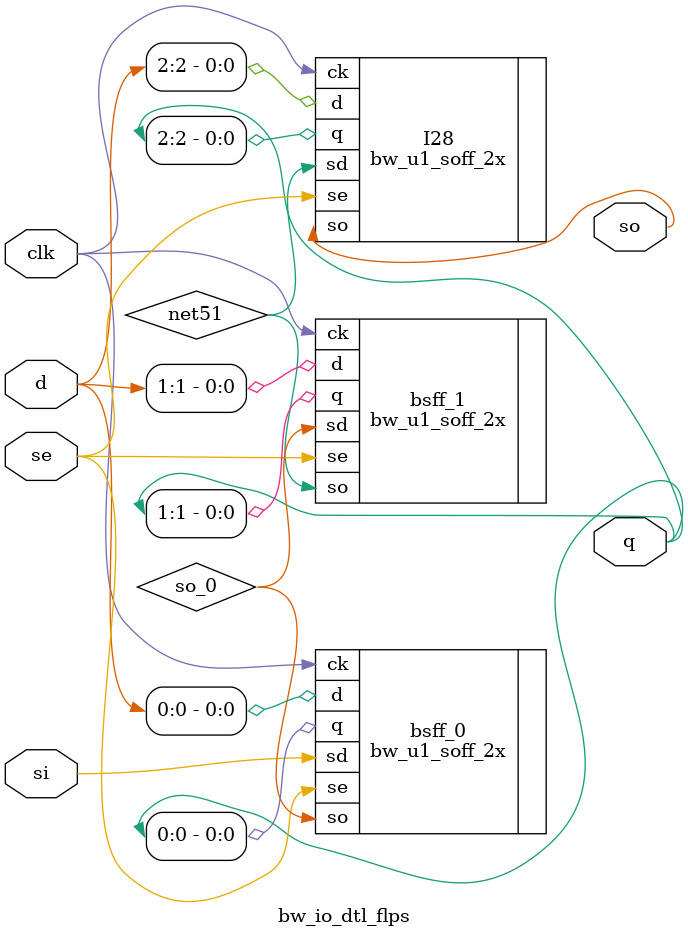
<source format=v>



module bw_io_dtl_flps (/*AUTOARG*/
  // Outputs
  q, so, 
  // Inputs
  d, clk, si, se
  );

  output [2:0]	q;
  input  [2:0]	d;
  output	so;
  input		clk;
  input		si;
  input		se;


  //wire		so_0, net51;
 
 
  bw_u1_soff_2x bsff_0 (
    .q               (q[0]),
    .so              (so_0),
    .ck              (clk),
    .d               (d[0]),
    .se              (se),
    .sd              (si)
    );

  bw_u1_soff_2x bsff_1 (
    .q               (q[1]),
    .so              (net51),
    .ck              (clk),
    .d               (d[1]),
    .se              (se),
    .sd              (so_0)
    );

  bw_u1_soff_2x I28 (
    .q               (q[2]),
    .so              (so),
    .ck              (clk),
    .d               (d[2]),
    .se              (se),
    .sd              (net51)
    );


  endmodule


// Local Variables:
// verilog-auto-sense-defines-constant:t
// End:

</source>
